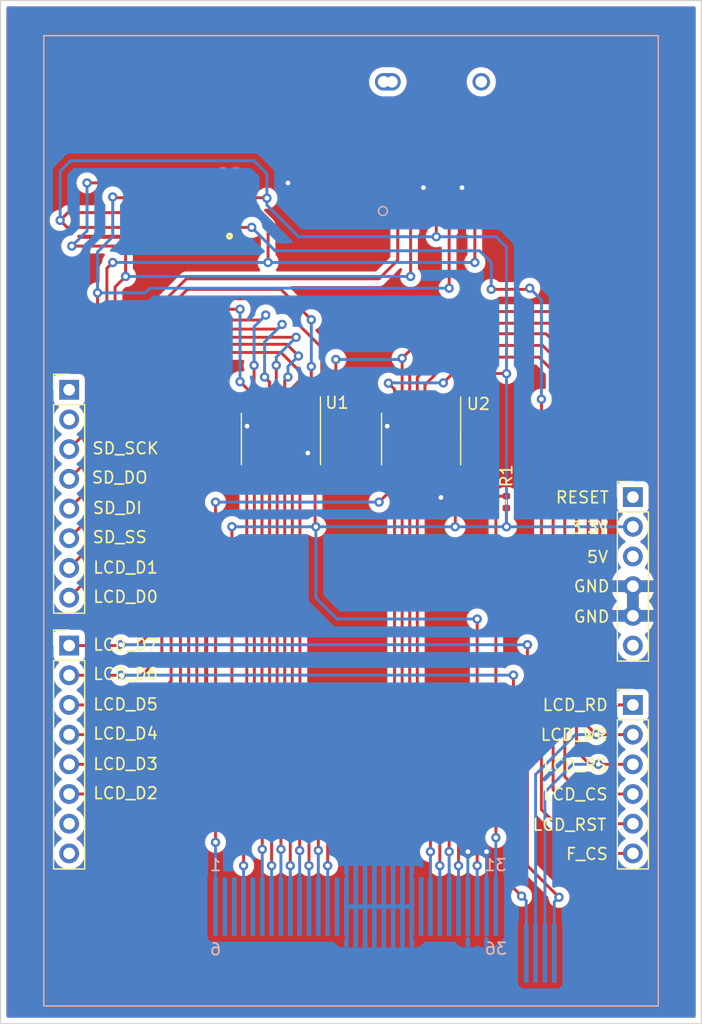
<source format=kicad_pcb>
(kicad_pcb (version 20211014) (generator pcbnew)
  (layers (0 "F.Cu" signal) (31 "B.Cu" signal) (34 "B.Paste" user) (35 "F.Paste" user) (36 "B.SilkS" user "B.Silkscreen") (37 "F.SilkS" user "F.Silkscreen") (38 "B.Mask" user) (39 "F.Mask" user) (44 "Edge.Cuts" user))
  (net 0 "")
  (net 3 "/SD_SCK")
  (net 4 "/SD_DO")
  (net 5 "/SD_DI")
  (net 6 "/SD_SS")
  (net 7 "/LCD_D1")
  (net 8 "/LCD_D0")
  (net 9 "/LCD_D7")
  (net 10 "/LCD_D6")
  (net 11 "/LCD_D5")
  (net 12 "/LCD_D4")
  (net 13 "/LCD_D3")
  (net 14 "/LCD_D2")
  (net 17 "/LCD_RD")
  (net 18 "/LCD_WR")
  (net 19 "/LCD_RS")
  (net 20 "/LCD_CS")
  (net 21 "/LCD_RST")
  (net 22 "/F_CS")
  (net 24 "+3V3")
  (net 25 "GND")
  (net 28 "/U2B7_RST1")
  (net 29 "/U1B7_D76")
  (net 30 "/U1B6_D67")
  (net 31 "/U1B5_D58")
  (net 32 "/U1B4_D49")
  (net 33 "/U1B3_D310")
  (net 34 "/U1B2_D211")
  (net 35 "/U1B1_D112")
  (net 36 "/U1B0_D013")
  (net 37 "/U2B6_RD24")
  (net 38 "/U2B5_WR25")
  (net 39 "/U2B4_RS26")
  (net 40 "/U2B3_CS27")
  (net 41 "/R1_3V3")
  (footprint "Connector_PinHeader_2.54mm:PinHeader_1x06_P2.54mm_Vertical" (layer "F.Cu") (at 124.13 64.97)
    (fp_text reference "J4")
    (fp_text value "Conn_01x06" hide)
    (pad "1" thru_hole rect (at 0 0) (size 1.7 1.7) (drill 1) (layers *.Cu *.Mask))
    (pad "2" thru_hole oval (at 0 2.54) (size 1.7 1.7) (drill 1) (layers *.Cu *.Mask) (net 24 "+3V3"))
    (pad "3" thru_hole oval (at 0 5.08) (size 1.7 1.7) (drill 1) (layers *.Cu *.Mask))
    (pad "4" thru_hole oval (at 0 7.62) (size 1.7 1.7) (drill 1) (layers *.Cu *.Mask) (net 25 "GND"))
    (pad "5" thru_hole oval (at 0 10.16) (size 1.7 1.7) (drill 1) (layers *.Cu *.Mask) (net 25 "GND"))
    (pad "6" thru_hole oval (at 0 12.7) (size 1.7 1.7) (drill 1) (layers *.Cu *.Mask))
  )
  (footprint "TL_Library:MicroSD" (layer "F.Cu") (at 104 40.5 180)
    (fp_text reference "J7")
    (fp_text value "SD_Card")
    (pad "" np_thru_hole circle (at 1.205598 11.052 180) (size 0.9906 0.9906) (drill 0.9906) (layers *.Cu *.Mask))
    (pad "" np_thru_hole circle (at 0.494398 11.052 180) (size 0.9906 0.9906) (drill 0.9906) (layers *.Cu *.Mask))
    (pad "1" smd rect (at 0 0 180) (size 0.7112 1.905) (layers "F.Cu" "F.Paste" "F.Mask") (net 6 "/SD_SS"))
    (pad "2" smd rect (at -1.1 0 180) (size 0.7112 1.905) (layers "F.Cu" "F.Paste" "F.Mask") (net 5 "/SD_DI"))
    (pad "3" smd rect (at -2.200001 0 180) (size 0.7112 1.905) (layers "F.Cu" "F.Paste" "F.Mask") (net 25 "GND"))
    (pad "4" smd rect (at -3.300001 0 180) (size 0.7112 1.905) (layers "F.Cu" "F.Paste" "F.Mask") (net 24 "+3V3"))
    (pad "5" smd rect (at -4.400001 0 180) (size 0.7112 1.905) (layers "F.Cu" "F.Paste" "F.Mask") (net 3 "/SD_SCK"))
    (pad "6" smd rect (at -5.500002 0 180) (size 0.7112 1.905) (layers "F.Cu" "F.Paste" "F.Mask") (net 25 "GND"))
    (pad "7" smd rect (at -6.600002 0 180) (size 0.7112 1.905) (layers "F.Cu" "F.Paste" "F.Mask") (net 4 "/SD_DO"))
    (pad "8" smd rect (at -7.700002 0 180) (size 0.7112 1.905) (layers "F.Cu" "F.Paste" "F.Mask"))
    (pad "9" smd rect (at -8.800003 0 180) (size 0.7112 1.905) (layers "F.Cu" "F.Paste" "F.Mask"))
    (pad "10" smd rect (at -10.300001 0.952 180) (size 1.7018 1.8034) (layers "F.Cu" "F.Paste" "F.Mask"))
    (pad "11" smd rect (at 5.549998 0.952 180) (size 1.7018 1.8034) (layers "F.Cu" "F.Paste" "F.Mask"))
    (pad "12" smd rect (at -10.050001 10.552001 180) (size 1.397 2.5908) (layers "F.Cu" "F.Paste" "F.Mask"))
    (pad "13" smd rect (at 5.649998 10.552001 180) (size 1.397 2.5908) (layers "F.Cu" "F.Paste" "F.Mask"))
    (pad "14" thru_hole circle (at -7.150001 11.052 180) (size 1.4986 1.4986) (drill 0.9906) (layers *.Cu *.Mask))
    (pad "15" thru_hole oval (at 0.849998 11.052 180) (size 2.2098 1.4986) (drill 0.0254) (layers *.Cu *.Mask))
  )
  (footprint "Connector_PinHeader_2.54mm:PinHeader_1x08_P2.54mm_Vertical" (layer "F.Cu") (at 75.87 55.79)
    (fp_text reference "J1")
    (fp_text value "Conn_01x08" hide)
    (pad "1" thru_hole rect (at 0 0) (size 1.7 1.7) (drill 1) (layers *.Cu *.Mask))
    (pad "2" thru_hole oval (at 0 2.54) (size 1.7 1.7) (drill 1) (layers *.Cu *.Mask))
    (pad "3" thru_hole oval (at 0 5.08) (size 1.7 1.7) (drill 1) (layers *.Cu *.Mask) (net 3 "/SD_SCK"))
    (pad "4" thru_hole oval (at 0 7.62) (size 1.7 1.7) (drill 1) (layers *.Cu *.Mask) (net 4 "/SD_DO"))
    (pad "5" thru_hole oval (at 0 10.16) (size 1.7 1.7) (drill 1) (layers *.Cu *.Mask) (net 5 "/SD_DI"))
    (pad "6" thru_hole oval (at 0 12.7) (size 1.7 1.7) (drill 1) (layers *.Cu *.Mask) (net 6 "/SD_SS"))
    (pad "7" thru_hole oval (at 0 15.24) (size 1.7 1.7) (drill 1) (layers *.Cu *.Mask) (net 7 "/LCD_D1"))
    (pad "8" thru_hole oval (at 0 17.78) (size 1.7 1.7) (drill 1) (layers *.Cu *.Mask) (net 8 "/LCD_D0"))
  )
  (footprint "TL_Library:R_0402_TL" (layer "F.Cu") (at 113.3 65.4 90)
    (fp_text reference "R1" (at 2.25 0 90) (layer "F.SilkS"))
    (fp_text value "R_Small" hide)
    (pad "1" smd roundrect (at -0.51 0 90) (size 0.54 0.64) (layers "F.Cu" "F.Paste" "F.Mask") (net 24 "+3V3"))
    (pad "2" smd roundrect (at 0.51 0 90) (size 0.54 0.64) (layers "F.Cu" "F.Paste" "F.Mask") (net 41 "/R1_3V3"))
  )
  (footprint "TL_Library:SOIC-8_5.23x5.23mm_P1.27mm_TL" (layer "F.Cu") (at 86 40 180)
    (fp_text reference "U3")
    (fp_text value "W25Q32JVSS")
    (pad "1" smd roundrect (at -3.6 -1.905 180) (size 1.6 0.6) (layers "F.Cu" "F.Paste" "F.Mask") (net 22 "/F_CS"))
    (pad "2" smd roundrect (at -3.6 -0.635 180) (size 1.6 0.6) (layers "F.Cu" "F.Paste" "F.Mask") (net 4 "/SD_DO"))
    (pad "3" smd roundrect (at -3.6 0.635 180) (size 1.6 0.6) (layers "F.Cu" "F.Paste" "F.Mask") (net 24 "+3V3"))
    (pad "4" smd roundrect (at -3.6 1.905 180) (size 1.6 0.6) (layers "F.Cu" "F.Paste" "F.Mask") (net 25 "GND"))
    (pad "5" smd roundrect (at 3.6 1.905 180) (size 1.6 0.6) (layers "F.Cu" "F.Paste" "F.Mask") (net 5 "/SD_DI"))
    (pad "6" smd roundrect (at 3.6 0.635 180) (size 1.6 0.6) (layers "F.Cu" "F.Paste" "F.Mask") (net 3 "/SD_SCK"))
    (pad "7" smd roundrect (at 3.6 -0.635 180) (size 1.6 0.6) (layers "F.Cu" "F.Paste" "F.Mask") (net 24 "+3V3"))
    (pad "8" smd roundrect (at 3.6 -1.905 180) (size 1.6 0.6) (layers "F.Cu" "F.Paste" "F.Mask") (net 24 "+3V3"))
  )
  (footprint "Package_SO:TSSOP-20_4.4x6.5mm_P0.65mm" (layer "F.Cu") (at 106 60 -90)
    (fp_text reference "U2" (at -3 -4.9 180) (layer "F.SilkS"))
    (fp_text value "SM245TS")
    (pad "1" smd roundrect locked (at -2.8625 -2.925 270) (size 1.475 0.4) (layers "F.Cu" "F.Paste" "F.Mask") (net 24 "+3V3"))
    (pad "2" smd roundrect locked (at -2.8625 -2.275 270) (size 1.475 0.4) (layers "F.Cu" "F.Paste" "F.Mask"))
    (pad "3" smd roundrect locked (at -2.8625 -1.625 270) (size 1.475 0.4) (layers "F.Cu" "F.Paste" "F.Mask"))
    (pad "4" smd roundrect locked (at -2.8625 -0.975 270) (size 1.475 0.4) (layers "F.Cu" "F.Paste" "F.Mask"))
    (pad "5" smd roundrect locked (at -2.8625 -0.325 270) (size 1.475 0.4) (layers "F.Cu" "F.Paste" "F.Mask") (net 20 "/LCD_CS"))
    (pad "6" smd roundrect locked (at -2.8625 0.325 270) (size 1.475 0.4) (layers "F.Cu" "F.Paste" "F.Mask") (net 19 "/LCD_RS"))
    (pad "7" smd roundrect locked (at -2.8625 0.975 270) (size 1.475 0.4) (layers "F.Cu" "F.Paste" "F.Mask") (net 18 "/LCD_WR"))
    (pad "8" smd roundrect locked (at -2.8625 1.625 270) (size 1.475 0.4) (layers "F.Cu" "F.Paste" "F.Mask") (net 17 "/LCD_RD"))
    (pad "9" smd roundrect locked (at -2.8625 2.275 270) (size 1.475 0.4) (layers "F.Cu" "F.Paste" "F.Mask") (net 21 "/LCD_RST"))
    (pad "10" smd roundrect locked (at -2.8625 2.925 270) (size 1.475 0.4) (layers "F.Cu" "F.Paste" "F.Mask") (net 25 "GND"))
    (pad "11" smd roundrect locked (at 2.8625 2.925 270) (size 1.475 0.4) (layers "F.Cu" "F.Paste" "F.Mask") (net 28 "/U2B7_RST1"))
    (pad "12" smd roundrect locked (at 2.8625 2.275 270) (size 1.475 0.4) (layers "F.Cu" "F.Paste" "F.Mask") (net 37 "/U2B6_RD24"))
    (pad "13" smd roundrect locked (at 2.8625 1.625 270) (size 1.475 0.4) (layers "F.Cu" "F.Paste" "F.Mask") (net 38 "/U2B5_WR25"))
    (pad "14" smd roundrect locked (at 2.8625 0.975 270) (size 1.475 0.4) (layers "F.Cu" "F.Paste" "F.Mask") (net 39 "/U2B4_RS26"))
    (pad "15" smd roundrect locked (at 2.8625 0.325 270) (size 1.475 0.4) (layers "F.Cu" "F.Paste" "F.Mask") (net 40 "/U2B3_CS27"))
    (pad "16" smd roundrect locked (at 2.8625 -0.325 270) (size 1.475 0.4) (layers "F.Cu" "F.Paste" "F.Mask"))
    (pad "17" smd roundrect locked (at 2.8625 -0.975 270) (size 1.475 0.4) (layers "F.Cu" "F.Paste" "F.Mask"))
    (pad "18" smd roundrect locked (at 2.8625 -1.625 270) (size 1.475 0.4) (layers "F.Cu" "F.Paste" "F.Mask"))
    (pad "19" smd roundrect locked (at 2.8625 -2.275 270) (size 1.475 0.4) (layers "F.Cu" "F.Paste" "F.Mask") (net 25 "GND"))
    (pad "20" smd roundrect locked (at 2.8625 -2.925 270) (size 1.475 0.4) (layers "F.Cu" "F.Paste" "F.Mask") (net 24 "+3V3"))
  )
  (footprint "Connector_PinHeader_2.54mm:PinHeader_1x08_P2.54mm_Vertical" (layer "F.Cu") (at 75.87 77.67)
    (fp_text reference "J2")
    (fp_text value "Conn_01x08" hide)
    (pad "1" thru_hole rect (at 0 0) (size 1.7 1.7) (drill 1) (layers *.Cu *.Mask) (net 9 "/LCD_D7"))
    (pad "2" thru_hole oval (at 0 2.54) (size 1.7 1.7) (drill 1) (layers *.Cu *.Mask) (net 10 "/LCD_D6"))
    (pad "3" thru_hole oval (at 0 5.08) (size 1.7 1.7) (drill 1) (layers *.Cu *.Mask) (net 11 "/LCD_D5"))
    (pad "4" thru_hole oval (at 0 7.62) (size 1.7 1.7) (drill 1) (layers *.Cu *.Mask) (net 12 "/LCD_D4"))
    (pad "5" thru_hole oval (at 0 10.16) (size 1.7 1.7) (drill 1) (layers *.Cu *.Mask) (net 13 "/LCD_D3"))
    (pad "6" thru_hole oval (at 0 12.7) (size 1.7 1.7) (drill 1) (layers *.Cu *.Mask) (net 14 "/LCD_D2"))
    (pad "7" thru_hole oval (at 0 15.24) (size 1.7 1.7) (drill 1) (layers *.Cu *.Mask))
    (pad "8" thru_hole oval (at 0 17.78) (size 1.7 1.7) (drill 1) (layers *.Cu *.Mask))
  )
  (footprint "Connector_PinHeader_2.54mm:PinHeader_1x06_P2.54mm_Vertical" (layer "F.Cu") (at 124.13 82.75)
    (fp_text reference "J3")
    (fp_text value "Conn_01x06" hide)
    (pad "1" thru_hole rect (at 0 0) (size 1.7 1.7) (drill 1) (layers *.Cu *.Mask) (net 17 "/LCD_RD"))
    (pad "2" thru_hole oval (at 0 2.54) (size 1.7 1.7) (drill 1) (layers *.Cu *.Mask) (net 18 "/LCD_WR"))
    (pad "3" thru_hole oval (at 0 5.08) (size 1.7 1.7) (drill 1) (layers *.Cu *.Mask) (net 19 "/LCD_RS"))
    (pad "4" thru_hole oval (at 0 7.62) (size 1.7 1.7) (drill 1) (layers *.Cu *.Mask) (net 20 "/LCD_CS"))
    (pad "5" thru_hole oval (at 0 10.16) (size 1.7 1.7) (drill 1) (layers *.Cu *.Mask) (net 21 "/LCD_RST"))
    (pad "6" thru_hole oval (at 0 12.7) (size 1.7 1.7) (drill 1) (layers *.Cu *.Mask) (net 22 "/F_CS"))
  )
  (footprint "Package_SO:TSSOP-20_4.4x6.5mm_P0.65mm" (layer "F.Cu") (at 94 60 -90)
    (fp_text reference "U1" (at -3.1 -4.8 180) (layer "F.SilkS"))
    (fp_text value "SM245TS")
    (pad "1" smd roundrect locked (at -2.8625 -2.925 270) (size 1.475 0.4) (layers "F.Cu" "F.Paste" "F.Mask") (net 17 "/LCD_RD"))
    (pad "2" smd roundrect locked (at -2.8625 -2.275 270) (size 1.475 0.4) (layers "F.Cu" "F.Paste" "F.Mask") (net 8 "/LCD_D0"))
    (pad "3" smd roundrect locked (at -2.8625 -1.625 270) (size 1.475 0.4) (layers "F.Cu" "F.Paste" "F.Mask") (net 7 "/LCD_D1"))
    (pad "4" smd roundrect locked (at -2.8625 -0.975 270) (size 1.475 0.4) (layers "F.Cu" "F.Paste" "F.Mask") (net 14 "/LCD_D2"))
    (pad "5" smd roundrect locked (at -2.8625 -0.325 270) (size 1.475 0.4) (layers "F.Cu" "F.Paste" "F.Mask") (net 13 "/LCD_D3"))
    (pad "6" smd roundrect locked (at -2.8625 0.325 270) (size 1.475 0.4) (layers "F.Cu" "F.Paste" "F.Mask") (net 12 "/LCD_D4"))
    (pad "7" smd roundrect locked (at -2.8625 0.975 270) (size 1.475 0.4) (layers "F.Cu" "F.Paste" "F.Mask") (net 11 "/LCD_D5"))
    (pad "8" smd roundrect locked (at -2.8625 1.625 270) (size 1.475 0.4) (layers "F.Cu" "F.Paste" "F.Mask") (net 10 "/LCD_D6"))
    (pad "9" smd roundrect locked (at -2.8625 2.275 270) (size 1.475 0.4) (layers "F.Cu" "F.Paste" "F.Mask") (net 9 "/LCD_D7"))
    (pad "10" smd roundrect locked (at -2.8625 2.925 270) (size 1.475 0.4) (layers "F.Cu" "F.Paste" "F.Mask") (net 25 "GND"))
    (pad "11" smd roundrect locked (at 2.8625 2.925 270) (size 1.475 0.4) (layers "F.Cu" "F.Paste" "F.Mask") (net 29 "/U1B7_D76"))
    (pad "12" smd roundrect locked (at 2.8625 2.275 270) (size 1.475 0.4) (layers "F.Cu" "F.Paste" "F.Mask") (net 30 "/U1B6_D67"))
    (pad "13" smd roundrect locked (at 2.8625 1.625 270) (size 1.475 0.4) (layers "F.Cu" "F.Paste" "F.Mask") (net 31 "/U1B5_D58"))
    (pad "14" smd roundrect locked (at 2.8625 0.975 270) (size 1.475 0.4) (layers "F.Cu" "F.Paste" "F.Mask") (net 32 "/U1B4_D49"))
    (pad "15" smd roundrect locked (at 2.8625 0.325 270) (size 1.475 0.4) (layers "F.Cu" "F.Paste" "F.Mask") (net 33 "/U1B3_D310"))
    (pad "16" smd roundrect locked (at 2.8625 -0.325 270) (size 1.475 0.4) (layers "F.Cu" "F.Paste" "F.Mask") (net 34 "/U1B2_D211"))
    (pad "17" smd roundrect locked (at 2.8625 -0.975 270) (size 1.475 0.4) (layers "F.Cu" "F.Paste" "F.Mask") (net 35 "/U1B1_D112"))
    (pad "18" smd roundrect locked (at 2.8625 -1.625 270) (size 1.475 0.4) (layers "F.Cu" "F.Paste" "F.Mask") (net 36 "/U1B0_D013"))
    (pad "19" smd roundrect locked (at 2.8625 -2.275 270) (size 1.475 0.4) (layers "F.Cu" "F.Paste" "F.Mask") (net 25 "GND"))
    (pad "20" smd roundrect locked (at 2.8625 -2.925 270) (size 1.475 0.4) (layers "F.Cu" "F.Paste" "F.Mask") (net 24 "+3V3"))
  )
  (footprint "TL_Library:ILI9486_31PIN_3.5_inch_with_TP" (layer "B.Cu") (at 100 100 -90)
    (fp_text reference "U9" hide)
    (fp_text value "ILI9486_TP")
    (fp_text user "36" (at 3.6 -12.4 unlocked) (layer "B.SilkS") (effects (justify mirror)))
    (fp_text user "31" (at -3.55 -12.35 unlocked) (layer "B.SilkS") (effects (justify mirror)))
    (fp_text user "1" (at -3.55 11.6 unlocked) (layer "B.SilkS") (effects (justify mirror)))
    (fp_text user "6" (at 3.65 11.6 unlocked) (layer "B.SilkS") (effects (justify mirror)))
    (pad "1" smd rect (at 0 11.6 270) (size 5 0.4) (layers "B.Cu" "B.Paste" "B.Mask") (net 28 "/U2B7_RST1"))
    (pad "2" smd rect (at 0 10.8 270) (size 5 0.4) (layers "B.Cu" "B.Paste" "B.Mask"))
    (pad "3" smd rect (at 0 10 270) (size 5 0.4) (layers "B.Cu" "B.Paste" "B.Mask"))
    (pad "4" smd rect (at 0 9.2 270) (size 5 0.4) (layers "B.Cu" "B.Paste" "B.Mask") (net 24 "+3V3"))
    (pad "5" smd rect (at 0 8.4 270) (size 5 0.4) (layers "B.Cu" "B.Paste" "B.Mask"))
    (pad "6" smd rect (at 0 7.6 270) (size 5 0.4) (layers "B.Cu" "B.Paste" "B.Mask") (net 29 "/U1B7_D76"))
    (pad "7" smd rect (at 0 6.8 270) (size 5 0.4) (layers "B.Cu" "B.Paste" "B.Mask") (net 30 "/U1B6_D67"))
    (pad "8" smd rect (at 0 6 270) (size 5 0.4) (layers "B.Cu" "B.Paste" "B.Mask") (net 31 "/U1B5_D58"))
    (pad "9" smd rect (at 0 5.2 270) (size 5 0.4) (layers "B.Cu" "B.Paste" "B.Mask") (net 32 "/U1B4_D49"))
    (pad "10" smd rect (at 0 4.4 270) (size 5 0.4) (layers "B.Cu" "B.Paste" "B.Mask") (net 33 "/U1B3_D310"))
    (pad "11" smd rect (at 0 3.6 270) (size 5 0.4) (layers "B.Cu" "B.Paste" "B.Mask") (net 34 "/U1B2_D211"))
    (pad "12" smd rect (at 0 2.8 270) (size 5 0.4) (layers "B.Cu" "B.Paste" "B.Mask") (net 35 "/U1B1_D112"))
    (pad "13" smd rect (at 0 2 270) (size 5 0.4) (layers "B.Cu" "B.Paste" "B.Mask") (net 36 "/U1B0_D013"))
    (pad "14" smd rect (at 0 1.2 270) (size 5 0.4) (layers "B.Cu" "B.Paste" "B.Mask"))
    (pad "15" smd rect (at 0 0.4 270) (size 5 0.4) (layers "B.Cu" "B.Paste" "B.Mask") (net 25 "GND"))
    (pad "16" smd rect (at 0 -0.4 270) (size 5 0.4) (layers "B.Cu" "B.Paste" "B.Mask") (net 25 "GND"))
    (pad "17" smd rect (at 0 -1.2 270) (size 5 0.4) (layers "B.Cu" "B.Paste" "B.Mask") (net 25 "GND"))
    (pad "18" smd rect (at 0 -2 270) (size 5 0.4) (layers "B.Cu" "B.Paste" "B.Mask") (net 25 "GND"))
    (pad "19" smd rect (at 0 -2.8 270) (size 5 0.4) (layers "B.Cu" "B.Paste" "B.Mask") (net 25 "GND"))
    (pad "20" smd rect (at 0 -3.6 270) (size 5 0.4) (layers "B.Cu" "B.Paste" "B.Mask") (net 25 "GND"))
    (pad "21" smd rect (at 0 -4.4 270) (size 5 0.4) (layers "B.Cu" "B.Paste" "B.Mask") (net 25 "GND"))
    (pad "22" smd rect (at 0 -5.2 270) (size 5 0.4) (layers "B.Cu" "B.Paste" "B.Mask") (net 25 "GND"))
    (pad "23" smd rect (at 0 -6 270) (size 5 0.4) (layers "B.Cu" "B.Paste" "B.Mask"))
    (pad "24" smd rect (at 0 -6.8 270) (size 5 0.4) (layers "B.Cu" "B.Paste" "B.Mask") (net 37 "/U2B6_RD24"))
    (pad "25" smd rect (at 0 -7.6 270) (size 5 0.4) (layers "B.Cu" "B.Paste" "B.Mask") (net 38 "/U2B5_WR25"))
    (pad "26" smd rect (at 0 -8.4 270) (size 5 0.4) (layers "B.Cu" "B.Paste" "B.Mask") (net 39 "/U2B4_RS26"))
    (pad "27" smd rect (at 0 -9.2 270) (size 5 0.4) (layers "B.Cu" "B.Paste" "B.Mask") (net 40 "/U2B3_CS27"))
    (pad "28" smd rect (at 0 -10 270) (size 5 0.4) (layers "B.Cu" "B.Paste" "B.Mask") (net 25 "GND"))
    (pad "29" smd rect (at 0 -10.8 270) (size 5 0.4) (layers "B.Cu" "B.Paste" "B.Mask") (net 24 "+3V3"))
    (pad "30" smd rect (at 0 -11.6 270) (size 5 0.4) (layers "B.Cu" "B.Paste" "B.Mask") (net 25 "GND"))
    (pad "31" smd rect (at 0 -12.4 270) (size 5 0.4) (layers "B.Cu" "B.Paste" "B.Mask") (net 41 "/R1_3V3"))
    (pad "32" smd rect (at 4 -15 270) (size 5 0.4) (layers "B.Cu" "B.Paste" "B.Mask") (net 10 "/LCD_D6"))
    (pad "33" smd rect (at 4 -15.8 270) (size 5 0.4) (layers "B.Cu" "B.Paste" "B.Mask") (net 18 "/LCD_WR"))
    (pad "34" smd rect (at 4 -16.6 270) (size 5 0.4) (layers "B.Cu" "B.Paste" "B.Mask") (net 19 "/LCD_RS"))
    (pad "35" smd rect (at 4 -17.4 270) (size 5 0.4) (layers "B.Cu" "B.Paste" "B.Mask") (net 9 "/LCD_D7"))
  )
  (gr_rect (start 70 22.5) (end 130 110) (layer "Edge.Cuts") (width 0.1) (fill none))
  (gr_text "F_CS" (at 120.2 95.5) (layer "F.SilkS") (effects (font (size 1 1))))
  (gr_text "GND" (at 120.6 75.2) (layer "F.SilkS") (effects (font (size 1 1))))
  (gr_text "SD_DI" (at 80 65.9) (layer "F.SilkS") (effects (font (size 1 1))))
  (gr_text "5V" (at 121.1 70.1) (layer "F.SilkS") (effects (font (size 1 1))))
  (gr_text "SD_SCK" (at 80.7 60.8) (layer "F.SilkS") (effects (font (size 1 1))))
  (gr_text "LCD_RST" (at 118.7 93) (layer "F.SilkS") (effects (font (size 1 1))))
  (gr_text "LCD_D5" (at 80.7 82.7) (layer "F.SilkS") (effects (font (size 1 1))))
  (gr_text "LCD_D1" (at 80.7 71) (layer "F.SilkS") (effects (font (size 1 1))))
  (gr_text "LCD_CS" (at 119.2 90.4) (layer "F.SilkS") (effects (font (size 1 1))))
  (gr_text "3.3V" (at 120.4 67.6) (layer "F.SilkS") (effects (font (size 1 1))))
  (gr_text "LCD_RD" (at 119.2 82.75) (layer "F.SilkS") (effects (font (size 1 1))))
  (gr_text "GND" (at 120.6 72.6) (layer "F.SilkS") (effects (font (size 1 1))))
  (gr_text "SD_SS" (at 80.2 68.4) (layer "F.SilkS") (effects (font (size 1 1))))
  (gr_text "LCD_D0" (at 80.7 73.5) (layer "F.SilkS") (effects (font (size 1 1))))
  (gr_text "LCD_D7" (at 80.7 77.6) (layer "F.SilkS") (effects (font (size 1 1))))
  (gr_text "LCD_D3" (at 80.7 87.8) (layer "F.SilkS") (effects (font (size 1 1))))
  (gr_text "LCD_RS" (at 119.2 87.9) (layer "F.SilkS") (effects (font (size 1 1))))
  (gr_text "LCD_D6" (at 80.7 80.1) (layer "F.SilkS") (effects (font (size 1 1))))
  (gr_text "LCD_D4" (at 80.7 85.2) (layer "F.SilkS") (effects (font (size 1 1))))
  (gr_text "SD_DO" (at 80.2 63.3) (layer "F.SilkS") (effects (font (size 1 1))))
  (gr_text "LCD_WR" (at 119.1 85.3) (layer "F.SilkS") (effects (font (size 1 1))))
  (gr_text "LCD_D2" (at 80.7 90.3) (layer "F.SilkS") (effects (font (size 1 1))))
  (gr_text "RESET" (at 119.8 65) (layer "F.SilkS") (effects (font (size 1 1))))
  (segment (start 75.87 60.87) (end 78.3 58.44) (width 0.25) (layer "F.Cu") (net 3))
  (segment (start 108.400001 40.5) (end 108.4 47.1) (width 0.25) (layer "F.Cu") (net 3))
  (segment (start 82.4 39.365) (end 79.665 39.365) (width 0.25) (layer "F.Cu") (net 3))
  (segment (start 78.3 58.44) (end 78.3 47.5) (width 0.25) (layer "F.Cu") (net 3))
  (segment (start 79.665 39.365) (end 79.6 39.3) (width 0.25) (layer "F.Cu") (net 3))
  (via (at 79.6 39.3) (size 0.8) (drill 0.4) (layers "F.Cu" "B.Cu") (net 3))
  (via (at 78.3 47.5) (size 0.8) (drill 0.4) (layers "F.Cu" "B.Cu") (net 3))
  (via (at 108.4 47.1) (size 0.8) (drill 0.4) (layers "F.Cu" "B.Cu") (net 3))
  (segment (start 78.3 44) (end 79.6 42.7) (width 0.25) (layer "B.Cu") (net 3))
  (segment (start 78.3 47.5) (end 82.4 47.5) (width 0.25) (layer "B.Cu") (net 3))
  (segment (start 82.8 47.1) (end 108.4 47.1) (width 0.25) (layer "B.Cu") (net 3))
  (segment (start 82.4 47.5) (end 82.8 47.1) (width 0.25) (layer "B.Cu") (net 3))
  (segment (start 78.3 47.5) (end 78.3 44) (width 0.25) (layer "B.Cu") (net 3))
  (segment (start 79.6 42.7) (end 79.6 39.3) (width 0.25) (layer "B.Cu") (net 3))
  (segment (start 91.835 40.635) (end 92.9 41.7) (width 0.25) (layer "F.Cu") (net 4))
  (segment (start 89.6 40.635) (end 91.835 40.635) (width 0.25) (layer "F.Cu") (net 4))
  (segment (start 92.9 41.7) (end 92.9 44.9) (width 0.25) (layer "F.Cu") (net 4))
  (segment (start 110.600002 44.899998) (end 110.6 44.9) (width 0.25) (layer "F.Cu") (net 4))
  (segment (start 79.1 45.4) (end 79.6 44.9) (width 0.25) (layer "F.Cu") (net 4))
  (segment (start 79.1 60.18) (end 79.1 55.9) (width 0.25) (layer "F.Cu") (net 4))
  (segment (start 79.1 55.9) (end 79.1 45.4) (width 0.25) (layer "F.Cu") (net 4))
  (segment (start 75.87 63.41) (end 79.1 60.18) (width 0.25) (layer "F.Cu") (net 4))
  (segment (start 110.600002 40.5) (end 110.600002 44.899998) (width 0.25) (layer "F.Cu") (net 4))
  (via (at 79.6 44.9) (size 0.8) (drill 0.4) (layers "F.Cu" "B.Cu") (net 4))
  (via (at 92.9 44.9) (size 0.8) (drill 0.4) (layers "F.Cu" "B.Cu") (net 4))
  (via (at 110.6 44.9) (size 0.8) (drill 0.4) (layers "F.Cu" "B.Cu") (net 4))
  (segment (start 110.6 44.9) (end 92.9 44.9) (width 0.25) (layer "B.Cu") (net 4))
  (segment (start 79.6 44.9) (end 92.9 44.9) (width 0.25) (layer "B.Cu") (net 4))
  (segment (start 82.4 38.095) (end 77.405 38.095) (width 0.25) (layer "F.Cu") (net 5))
  (segment (start 75.87 65.95) (end 79.8 62.02) (width 0.25) (layer "F.Cu") (net 5))
  (segment (start 80 43.5) (end 76.1 43.5) (width 0.25) (layer "F.Cu") (net 5))
  (segment (start 80.7 46.1) (end 80.7 44.2) (width 0.25) (layer "F.Cu") (net 5))
  (segment (start 77.405 38.095) (end 77.4 38.1) (width 0.25) (layer "F.Cu") (net 5))
  (segment (start 105.1 40.5) (end 105.1 46.1) (width 0.25) (layer "F.Cu") (net 5))
  (segment (start 79.8 62.02) (end 79.8 47) (width 0.25) (layer "F.Cu") (net 5))
  (segment (start 79.8 47) (end 80.7 46.1) (width 0.25) (layer "F.Cu") (net 5))
  (segment (start 80.7 44.2) (end 80 43.5) (width 0.25) (layer "F.Cu") (net 5))
  (via (at 77.4 38.1) (size 0.8) (drill 0.4) (layers "F.Cu" "B.Cu") (net 5))
  (via (at 80.7 46.1) (size 0.8) (drill 0.4) (layers "F.Cu" "B.Cu") (net 5))
  (via (at 105.1 46.1) (size 0.8) (drill 0.4) (layers "F.Cu" "B.Cu") (net 5))
  (via (at 76.1 43.5) (size 0.8) (drill 0.4) (layers "F.Cu" "B.Cu") (net 5))
  (segment (start 77.4 38.1) (end 77.4 42.2) (width 0.25) (layer "B.Cu") (net 5))
  (segment (start 105.1 46.1) (end 80.7 46.1) (width 0.25) (layer "B.Cu") (net 5))
  (segment (start 77.4 42.2) (end 76.1 43.5) (width 0.25) (layer "B.Cu") (net 5))
  (segment (start 104 44.7) (end 102.4 46.3) (width 0.25) (layer "F.Cu") (net 6))
  (segment (start 104 40.5) (end 104 44.7) (width 0.25) (layer "F.Cu") (net 6))
  (segment (start 80.8 63.56) (end 75.87 68.49) (width 0.25) (layer "F.Cu") (net 6))
  (segment (start 102.4 46.3) (end 85.9 46.3) (width 0.25) (layer "F.Cu") (net 6))
  (segment (start 85.9 46.3) (end 80.8 51.4) (width 0.25) (layer "F.Cu") (net 6))
  (segment (start 80.8 51.4) (end 80.8 63.56) (width 0.25) (layer "F.Cu") (net 6))
  (segment (start 81.6 51.6) (end 86 47.2) (width 0.25) (layer "F.Cu") (net 7))
  (segment (start 75.87 71.03) (end 81.6 65.3) (width 0.25) (layer "F.Cu") (net 7))
  (segment (start 86 47.2) (end 94 47.2) (width 0.25) (layer "F.Cu") (net 7))
  (segment (start 94 47.2) (end 96.6 49.8) (width 0.25) (layer "F.Cu") (net 7))
  (segment (start 81.6 65.3) (end 81.6 51.6) (width 0.25) (layer "F.Cu") (net 7))
  (segment (start 96.6 54.9) (end 96.6 53.8) (width 0.25) (layer "F.Cu") (net 7))
  (segment (start 95.625 57.1375) (end 95.625 55.875) (width 0.25) (layer "F.Cu") (net 7))
  (segment (start 95.625 55.875) (end 96.6 54.9) (width 0.25) (layer "F.Cu") (net 7))
  (via (at 96.6 53.8) (size 0.8) (drill 0.4) (layers "F.Cu" "B.Cu") (net 7))
  (via (at 96.6 49.8) (size 0.8) (drill 0.4) (layers "F.Cu" "B.Cu") (net 7))
  (segment (start 96.6 49.8) (end 96.6 53.8) (width 0.25) (layer "B.Cu") (net 7))
  (segment (start 93.299022 47.999022) (end 97.5 52.2) (width 0.25) (layer "F.Cu") (net 8))
  (segment (start 97.5 52.2) (end 97.5 54.9) (width 0.25) (layer "F.Cu") (net 8))
  (segment (start 82.4 51.8) (end 86.200979 47.999021) (width 0.25) (layer "F.Cu") (net 8))
  (segment (start 97.5 54.9) (end 96.275 56.125) (width 0.25) (layer "F.Cu") (net 8))
  (segment (start 96.275 56.125) (end 96.275 57.1375) (width 0.25) (layer "F.Cu") (net 8))
  (segment (start 75.87 73.57) (end 82.4 67.04) (width 0.25) (layer "F.Cu") (net 8))
  (segment (start 82.4 67.04) (end 82.4 51.8) (width 0.25) (layer "F.Cu") (net 8))
  (segment (start 86.200979 47.999021) (end 93.299022 47.999022) (width 0.25) (layer "F.Cu") (net 8))
  (segment (start 90.5 48.9) (end 86.9 48.9) (width 0.25) (layer "F.Cu") (net 9))
  (segment (start 115.1 96.5) (end 117.8 99.2) (width 0.25) (layer "F.Cu") (net 9))
  (segment (start 75.87 77.67) (end 80.23 77.67) (width 0.25) (layer "F.Cu") (net 9))
  (segment (start 91.725 57.1375) (end 91.725 56.325) (width 0.25) (layer "F.Cu") (net 9))
  (segment (start 86.9 48.9) (end 83.1 52.7) (width 0.25) (layer "F.Cu") (net 9))
  (segment (start 91.725 56.325) (end 90.5 55.100002) (width 0.25) (layer "F.Cu") (net 9))
  (segment (start 83.1 76.3) (end 81.8 77.6) (width 0.25) (layer "F.Cu") (net 9))
  (segment (start 115.1 77.6) (end 115.1 96.5) (width 0.25) (layer "F.Cu") (net 9))
  (segment (start 80.23 77.67) (end 80.3 77.6) (width 0.25) (layer "F.Cu") (net 9))
  (segment (start 83.1 52.7) (end 83.1 76.3) (width 0.25) (layer "F.Cu") (net 9))
  (segment (start 81.8 77.6) (end 80.3 77.6) (width 0.25) (layer "F.Cu") (net 9))
  (via (at 80.3 77.6) (size 0.8) (drill 0.4) (layers "F.Cu" "B.Cu") (net 9))
  (via (at 117.8 99.2) (size 0.8) (drill 0.4) (layers "F.Cu" "B.Cu") (net 9))
  (via (at 90.5 55.100002) (size 0.8) (drill 0.4) (layers "F.Cu" "B.Cu") (net 9))
  (via (at 90.5 48.9) (size 0.8) (drill 0.4) (layers "F.Cu" "B.Cu") (net 9))
  (via (at 115.1 77.6) (size 0.8) (drill 0.4) (layers "F.Cu" "B.Cu") (net 9))
  (segment (start 90.5 55.100002) (end 90.5 48.9) (width 0.25) (layer "B.Cu") (net 9))
  (segment (start 80.3 77.6) (end 115.1 77.6) (width 0.25) (layer "B.Cu") (net 9))
  (segment (start 117.4 104) (end 117.4 99.6) (width 0.25) (layer "B.Cu") (net 9))
  (segment (start 117.4 99.6) (end 117.8 99.2) (width 0.25) (layer "B.Cu") (net 9))
  (segment (start 92.275499 49.824501) (end 86.975499 49.824501) (width 0.25) (layer "F.Cu") (net 10))
  (segment (start 83.8 78.5) (end 82.09 80.21) (width 0.25) (layer "F.Cu") (net 10))
  (segment (start 92.375 55.975) (end 91.7 55.3) (width 0.25) (layer "F.Cu") (net 10))
  (segment (start 92.375 57.1375) (end 92.375 55.975) (width 0.25) (layer "F.Cu") (net 10))
  (segment (start 75.87 80.21) (end 80.31 80.21) (width 0.25) (layer "F.Cu") (net 10))
  (segment (start 82.09 80.21) (end 80.31 80.21) (width 0.25) (layer "F.Cu") (net 10))
  (segment (start 91.7 55.3) (end 91.7 53.7) (width 0.25) (layer "F.Cu") (net 10))
  (segment (start 92.7 49.4) (end 92.275499 49.824501) (width 0.25) (layer "F.Cu") (net 10))
  (segment (start 113.9 98.4) (end 114.6 99.1) (width 0.25) (layer "F.Cu") (net 10))
  (segment (start 83.8 53) (end 83.8 78.5) (width 0.25) (layer "F.Cu") (net 10))
  (segment (start 113.9 80.2) (end 113.9 98.4) (width 0.25) (layer "F.Cu") (net 10))
  (segment (start 86.975499 49.824501) (end 83.8 53) (width 0.25) (layer "F.Cu") (net 10))
  (via (at 91.7 53.7) (size 0.8) (drill 0.4) (layers "F.Cu" "B.Cu") (net 10))
  (via (at 114.6 99.1) (size 0.8) (drill 0.4) (layers "F.Cu" "B.Cu") (net 10))
  (via (at 80.31 80.21) (size 0.8) (drill 0.4) (layers "F.Cu" "B.Cu") (net 10))
  (via (at 92.7 49.4) (size 0.8) (drill 0.4) (layers "F.Cu" "B.Cu") (net 10))
  (via (at 113.9 80.2) (size 0.8) (drill 0.4) (layers "F.Cu" "B.Cu") (net 10))
  (segment (start 91.7 50.4) (end 92.7 49.4) (width 0.25) (layer "B.Cu") (net 10))
  (segment (start 115 104) (end 115 99.5) (width 0.25) (layer "B.Cu") (net 10))
  (segment (start 80.31 80.21) (end 80.32 80.2) (width 0.25) (layer "B.Cu") (net 10))
  (segment (start 91.7 53.7) (end 91.7 50.4) (width 0.25) (layer "B.Cu") (net 10))
  (segment (start 115 99.5) (end 114.6 99.1) (width 0.25) (layer "B.Cu") (net 10))
  (segment (start 80.32 80.2) (end 113.9 80.2) (width 0.25) (layer "B.Cu") (net 10))
  (segment (start 94.1 50.2) (end 93.7 50.6) (width 0.25) (layer "F.Cu") (net 11))
  (segment (start 82.55 82.75) (end 75.87 82.75) (width 0.25) (layer "F.Cu") (net 11))
  (segment (start 93.7 50.6) (end 87.25 50.6) (width 0.25) (layer "F.Cu") (net 11))
  (segment (start 84.6 53.25) (end 84.6 80.7) (width 0.25) (layer "F.Cu") (net 11))
  (segment (start 93.025 55.125) (end 92.6 54.7) (width 0.25) (layer "F.Cu") (net 11))
  (segment (start 84.6 80.7) (end 82.55 82.75) (width 0.25) (layer "F.Cu") (net 11))
  (segment (start 87.25 50.6) (end 84.6 53.25) (width 0.25) (layer "F.Cu") (net 11))
  (segment (start 93.025 57.1375) (end 93.025 55.125) (width 0.25) (layer "F.Cu") (net 11))
  (via (at 94.1 50.2) (size 0.8) (drill 0.4) (layers "F.Cu" "B.Cu") (net 11))
  (via (at 92.6 54.7) (size 0.8) (drill 0.4) (layers "F.Cu" "B.Cu") (net 11))
  (segment (start 92.6 51.7) (end 94.1 50.2) (width 0.25) (layer "B.Cu") (net 11))
  (segment (start 92.6 54.7) (end 92.6 51.7) (width 0.25) (layer "B.Cu") (net 11))
  (segment (start 87.6 51.3) (end 85.4 53.5) (width 0.25) (layer "F.Cu") (net 12))
  (segment (start 93.6 57.0625) (end 93.6 53.7) (width 0.25) (layer "F.Cu") (net 12))
  (segment (start 95.3 51.3) (end 87.6 51.3) (width 0.25) (layer "F.Cu") (net 12))
  (segment (start 85.4 53.5) (end 85.4 83.3) (width 0.25) (layer "F.Cu") (net 12))
  (segment (start 93.675 57.1375) (end 93.6 57.0625) (width 0.25) (layer "F.Cu") (net 12))
  (segment (start 83.41 85.29) (end 75.87 85.29) (width 0.25) (layer "F.Cu") (net 12))
  (segment (start 85.4 83.3) (end 83.41 85.29) (width 0.25) (layer "F.Cu") (net 12))
  (via (at 95.3 51.3) (size 0.8) (drill 0.4) (layers "F.Cu" "B.Cu") (net 12))
  (via (at 93.6 53.7) (size 0.8) (drill 0.4) (layers "F.Cu" "B.Cu") (net 12))
  (segment (start 93.6 53.7) (end 93.6 53) (width 0.25) (layer "B.Cu") (net 12))
  (segment (start 93.6 53) (end 95.3 51.3) (width 0.25) (layer "B.Cu") (net 12))
  (segment (start 94.325 57.1375) (end 94.325 54.975) (width 0.25) (layer "F.Cu") (net 13))
  (segment (start 94.5 51.9) (end 88.1 51.9) (width 0.25) (layer "F.Cu") (net 13))
  (segment (start 88.1 51.9) (end 86.1 53.9) (width 0.25) (layer "F.Cu") (net 13))
  (segment (start 84.27 87.83) (end 75.87 87.83) (width 0.25) (layer "F.Cu") (net 13))
  (segment (start 86.1 86) (end 84.27 87.83) (width 0.25) (layer "F.Cu") (net 13))
  (segment (start 95.5 52.9) (end 94.5 51.9) (width 0.25) (layer "F.Cu") (net 13))
  (segment (start 94.325 54.975) (end 94.6 54.7) (width 0.25) (layer "F.Cu") (net 13))
  (segment (start 86.1 53.9) (end 86.1 86) (width 0.25) (layer "F.Cu") (net 13))
  (via (at 95.5 52.9) (size 0.8) (drill 0.4) (layers "F.Cu" "B.Cu") (net 13))
  (via (at 94.6 54.7) (size 0.8) (drill 0.4) (layers "F.Cu" "B.Cu") (net 13))
  (segment (start 94.6 54.7) (end 94.6 53.8) (width 0.25) (layer "B.Cu") (net 13))
  (segment (start 94.6 53.8) (end 95.5 52.9) (width 0.25) (layer "B.Cu") (net 13))
  (segment (start 94.975 57.1375) (end 94.975 55.625) (width 0.25) (layer "F.Cu") (net 14))
  (segment (start 85.03 90.37) (end 75.87 90.37) (width 0.25) (layer "F.Cu") (net 14))
  (segment (start 95.6 54.2) (end 94 52.6) (width 0.25) (layer "F.Cu") (net 14))
  (segment (start 94.975 55.625) (end 95.6 55) (width 0.25) (layer "F.Cu") (net 14))
  (segment (start 86.8 88.6) (end 85.03 90.37) (width 0.25) (layer "F.Cu") (net 14))
  (segment (start 88.5 52.6) (end 86.8 54.3) (width 0.25) (layer "F.Cu") (net 14))
  (segment (start 94 52.6) (end 88.5 52.6) (width 0.25) (layer "F.Cu") (net 14))
  (segment (start 86.8 54.3) (end 86.8 88.6) (width 0.25) (layer "F.Cu") (net 14))
  (segment (start 94.975 57.1375) (end 95.024501 57.087999) (width 0.25) (layer "F.Cu") (net 14))
  (segment (start 95.6 55) (end 95.6 54.2) (width 0.25) (layer "F.Cu") (net 14))
  (segment (start 117.5 49.1) (end 108.375 49.1) (width 0.25) (layer "F.Cu") (net 17))
  (segment (start 121.3 52.9) (end 117.5 49.1) (width 0.25) (layer "F.Cu") (net 17))
  (segment (start 108.375 49.1) (end 104.375 53.1) (width 0.25) (layer "F.Cu") (net 17))
  (segment (start 96.925 57.1375) (end 96.9625 57.1) (width 0.25) (layer "F.Cu") (net 17))
  (segment (start 98.7 56.1) (end 98.7 53.2) (width 0.25) (layer "F.Cu") (net 17))
  (segment (start 97.7 57.1) (end 98.7 56.1) (width 0.25) (layer "F.Cu") (net 17))
  (segment (start 104.375 57.1375) (end 104.375 53.1) (width 0.25) (layer "F.Cu") (net 17))
  (segment (start 121.3 82.2) (end 121.3 52.9) (width 0.25) (layer "F.Cu") (net 17))
  (segment (start 124.13 82.75) (end 121.85 82.75) (width 0.25) (layer "F.Cu") (net 17))
  (segment (start 96.9625 57.1) (end 97.7 57.1) (width 0.25) (layer "F.Cu") (net 17))
  (segment (start 121.85 82.75) (end 121.3 82.2) (width 0.25) (layer "F.Cu") (net 17))
  (via (at 104.375 53.1) (size 0.8) (drill 0.4) (layers "F.Cu" "B.Cu") (net 17))
  (via (at 98.7 53.2) (size 0.8) (drill 0.4) (layers "F.Cu" "B.Cu") (net 17))
  (segment (start 104.275 53.2) (end 104.375 53.1) (width 0.25) (layer "B.Cu") (net 17))
  (segment (start 98.8 53.1) (end 98.7 53.2) (width 0.25) (layer "B.Cu") (net 17))
  (segment (start 98.7 53.2) (end 104.275 53.2) (width 0.25) (layer "B.Cu") (net 17))
  (segment (start 124.13 85.29) (end 120.99 85.29) (width 0.25) (layer "F.Cu") (net 18))
  (segment (start 120.3 84.6) (end 120.3 53.2) (width 0.25) (layer "F.Cu") (net 18))
  (segment (start 120.3 53.2) (end 117.2 50.1) (width 0.25) (layer "F.Cu") (net 18))
  (segment (start 120.99 85.29) (end 120.3 84.6) (width 0.25) (layer "F.Cu") (net 18))
  (segment (start 105.025 53.975) (end 105.025 57.1375) (width 0.25) (layer "F.Cu") (net 18))
  (segment (start 108.9 50.1) (end 105.025 53.975) (width 0.25) (layer "F.Cu") (net 18))
  (segment (start 117.2 50.1) (end 108.9 50.1) (width 0.25) (layer "F.Cu") (net 18))
  (via (at 120.99 85.29) (size 0.8) (drill 0.4) (layers "F.Cu" "B.Cu") (net 18))
  (segment (start 120.99 85.29) (end 119.21 85.29) (width 0.25) (layer "B.Cu") (net 18))
  (segment (start 119.21 85.29) (end 115.8 88.7) (width 0.25) (layer "B.Cu") (net 18))
  (segment (start 115.8 88.7) (end 115.8 104) (width 0.25) (layer "B.Cu") (net 18))
  (segment (start 109.4 51) (end 116.7 51) (width 0.25) (layer "F.Cu") (net 19))
  (segment (start 120.43 87.83) (end 121.17 87.83) (width 0.25) (layer "F.Cu") (net 19))
  (segment (start 116.7 51) (end 119.3 53.6) (width 0.25) (layer "F.Cu") (net 19))
  (segment (start 119.3 53.6) (end 119.3 86.7) (width 0.25) (layer "F.Cu") (net 19))
  (segment (start 105.675 54.725) (end 109.4 51) (width 0.25) (layer "F.Cu") (net 19))
  (segment (start 119.3 86.7) (end 120.43 87.83) (width 0.25) (layer "F.Cu") (net 19))
  (segment (start 124.13 87.83) (end 121.17 87.83) (width 0.25) (layer "F.Cu") (net 19))
  (segment (start 105.675 57.1375) (end 105.675 54.725) (width 0.25) (layer "F.Cu") (net 19))
  (via (at 121.17 87.83) (size 0.8) (drill 0.4) (layers "F.Cu" "B.Cu") (net 19))
  (segment (start 121.17 87.83) (end 118.97 87.83) (width 0.25) (layer "B.Cu") (net 19))
  (segment (start 116.6 90.2) (end 116.6 104) (width 0.25) (layer "B.Cu") (net 19))
  (segment (start 118.97 87.83) (end 116.6 90.2) (width 0.25) (layer "B.Cu") (net 19))
  (segment (start 106.325 55.375) (end 106.325 57.1375) (width 0.25) (layer "F.Cu") (net 20))
  (segment (start 118.3 53.9) (end 116.4 52) (width 0.25) (layer "F.Cu") (net 20))
  (segment (start 118.3 88.9) (end 118.3 53.9) (width 0.25) (layer "F.Cu") (net 20))
  (segment (start 109.7 52) (end 106.325 55.375) (width 0.25) (layer "F.Cu") (net 20))
  (segment (start 116.4 52) (end 109.7 52) (width 0.25) (layer "F.Cu") (net 20))
  (segment (start 124.13 90.37) (end 119.77 90.37) (width 0.25) (layer "F.Cu") (net 20))
  (segment (start 119.77 90.37) (end 118.3 88.9) (width 0.25) (layer "F.Cu") (net 20))
  (segment (start 120.21 92.91) (end 117.3 90) (width 0.25) (layer "F.Cu") (net 21))
  (segment (start 103.725 57.1375) (end 103.725 55.75) (width 0.25) (layer "F.Cu") (net 21))
  (segment (start 103.725 55.75) (end 103.2 55.225) (width 0.25) (layer "F.Cu") (net 21))
  (segment (start 124.13 92.91) (end 120.21 92.91) (width 0.25) (layer "F.Cu") (net 21))
  (segment (start 117.3 90) (end 117.3 54.2) (width 0.25) (layer "F.Cu") (net 21))
  (segment (start 110.1 53) (end 107.9 55.2) (width 0.25) (layer "F.Cu") (net 21))
  (segment (start 117.3 54.2) (end 116.1 53) (width 0.25) (layer "F.Cu") (net 21))
  (segment (start 116.1 53) (end 110.1 53) (width 0.25) (layer "F.Cu") (net 21))
  (via (at 103.2 55.225) (size 0.8) (drill 0.4) (layers "F.Cu" "B.Cu") (net 21))
  (via (at 107.9 55.2) (size 0.8) (drill 0.4) (layers "F.Cu" "B.Cu") (net 21))
  (segment (start 103.225 55.2) (end 107.9 55.2) (width 0.25) (layer "B.Cu") (net 21))
  (segment (start 103.2 55.225) (end 103.225 55.2) (width 0.25) (layer "B.Cu") (net 21))
  (segment (start 115.2 47.2) (end 115.3 47.1) (width 0.25) (layer "F.Cu") (net 22))
  (segment (start 89.6 41.905) (end 91.495 41.905) (width 0.25) (layer "F.Cu") (net 22))
  (segment (start 120.05 95.45) (end 124.13 95.45) (width 0.25) (layer "F.Cu") (net 22))
  (segment (start 116.3 56.6) (end 116.3 91.7) (width 0.25) (layer "F.Cu") (net 22))
  (segment (start 91.495 41.905) (end 91.5 41.9) (width 0.25) (layer "F.Cu") (net 22))
  (segment (start 116.3 91.7) (end 120.05 95.45) (width 0.25) (layer "F.Cu") (net 22))
  (segment (start 112 47.2) (end 115.2 47.2) (width 0.25) (layer "F.Cu") (net 22))
  (via (at 116.3 56.6) (size 0.8) (drill 0.4) (layers "F.Cu" "B.Cu") (net 22))
  (via (at 112 47.2) (size 0.8) (drill 0.4) (layers "F.Cu" "B.Cu") (net 22))
  (via (at 91.5 41.9) (size 0.8) (drill 0.4) (layers "F.Cu" "B.Cu") (net 22))
  (via (at 115.3 47.1) (size 0.8) (drill 0.4) (layers "F.Cu" "B.Cu") (net 22))
  (segment (start 112 44.9) (end 112 47.2) (width 0.25) (layer "B.Cu") (net 22))
  (segment (start 93.5 43.9) (end 101.4 43.9) (width 0.25) (layer "B.Cu") (net 22))
  (segment (start 115.3 47.1) (end 116.3 48.1) (width 0.25) (layer "B.Cu") (net 22))
  (segment (start 101.4 43.9) (end 111 43.9) (width 0.25) (layer "B.Cu") (net 22))
  (segment (start 116.3 48.1) (end 116.3 56.6) (width 0.25) (layer "B.Cu") (net 22))
  (segment (start 111 43.9) (end 112 44.9) (width 0.25) (layer "B.Cu") (net 22))
  (segment (start 91.5 41.9) (end 93.5 43.9) (width 0.25) (layer "B.Cu") (net 22))
  (segment (start 96.925 67.445) (end 96.99 67.51) (width 0.25) (layer "F.Cu") (net 24))
  (segment (start 108.925 67.495) (end 108.91 67.51) (width 0.25) (layer "F.Cu") (net 24))
  (segment (start 108.925 62.8625) (end 108.925 67.495) (width 0.25) (layer "F.Cu") (net 24))
  (segment (start 75.765 40.635) (end 75.1 41.3) (width 0.25) (layer "F.Cu") (net 24))
  (segment (start 89.8 88.7) (end 90.8 89.7) (width 0.25) (layer "F.Cu") (net 24))
  (segment (start 107.300001 40.5) (end 107.3 42.7) (width 0.25) (layer "F.Cu") (net 24))
  (segment (start 113.3 65.91) (end 113.3 67.5) (width 0.25) (layer "F.Cu") (net 24))
  (segment (start 75.705 41.905) (end 75.1 41.3) (width 0.25) (layer "F.Cu") (net 24))
  (segment (start 108.925 55.475) (end 110 54.4) (width 0.25) (layer "F.Cu") (net 24))
  (segment (start 82.4 41.905) (end 75.705 41.905) (width 0.25) (layer "F.Cu") (net 24))
  (segment (start 113.3 54.4) (end 113.31 54.41) (width 0.25) (layer "F.Cu") (net 24))
  (segment (start 89.6 39.365) (end 92.765 39.365) (width 0.25) (layer "F.Cu") (net 24))
  (segment (start 110.8 96.5) (end 110.8 75.4) (width 0.25) (layer "F.Cu") (net 24))
  (segment (start 96.925 62.8625) (end 96.925 67.445) (width 0.25) (layer "F.Cu") (net 24))
  (segment (start 89.8 67.5) (end 89.8 88.7) (width 0.25) (layer "F.Cu") (net 24))
  (segment (start 113.3 67.5) (end 113.31 67.51) (width 0.25) (layer "F.Cu") (net 24))
  (segment (start 82.4 40.635) (end 75.765 40.635) (width 0.25) (layer "F.Cu") (net 24))
  (segment (start 108.925 57.1375) (end 108.925 55.475) (width 0.25) (layer "F.Cu") (net 24))
  (segment (start 92.765 39.365) (end 92.8 39.4) (width 0.25) (layer "F.Cu") (net 24))
  (segment (start 110 54.4) (end 113.3 54.4) (width 0.25) (layer "F.Cu") (net 24))
  (segment (start 90.8 89.7) (end 90.8 96.5) (width 0.25) (layer "F.Cu") (net 24))
  (via (at 108.91 67.51) (size 0.8) (drill 0.4) (layers "F.Cu" "B.Cu") (net 24))
  (via (at 96.99 67.51) (size 0.8) (drill 0.4) (layers "F.Cu" "B.Cu") (net 24))
  (via (at 75.1 41.3) (size 0.8) (drill 0.4) (layers "F.Cu" "B.Cu") (net 24))
  (via (at 110.8 75.4) (size 0.8) (drill 0.4) (layers "F.Cu" "B.Cu") (net 24))
  (via (at 92.8 39.4) (size 0.8) (drill 0.4) (layers "F.Cu" "B.Cu") (net 24))
  (via (at 113.31 67.51) (size 0.8) (drill 0.4) (layers "F.Cu" "B.Cu") (net 24))
  (via (at 113.31 54.41) (size 0.8) (drill 0.4) (layers "F.Cu" "B.Cu") (net 24))
  (via (at 107.3 42.7) (size 0.8) (drill 0.4) (layers "F.Cu" "B.Cu") (net 24))
  (via (at 90.8 96.5) (size 0.8) (drill 0.4) (layers "F.Cu" "B.Cu") (net 24))
  (via (at 110.8 96.5) (size 0.8) (drill 0.4) (layers "F.Cu" "B.Cu") (net 24))
  (via (at 89.8 67.5) (size 0.8) (drill 0.4) (layers "F.Cu" "B.Cu") (net 24))
  (segment (start 91.7 36.2) (end 76 36.2) (width 0.25) (layer "B.Cu") (net 24))
  (segment (start 95.5 42.7) (end 92.8 40) (width 0.25) (layer "B.Cu") (net 24))
  (segment (start 90.8 100) (end 90.8 96.5) (width 0.25) (layer "B.Cu") (net 24))
  (segment (start 92.8 39.4) (end 92.8 37.3) (width 0.25) (layer "B.Cu") (net 24))
  (segment (start 76 36.2) (end 75.1 37.1) (width 0.25) (layer "B.Cu") (net 24))
  (segment (start 92.8 37.3) (end 91.7 36.2) (width 0.25) (layer "B.Cu") (net 24))
  (segment (start 75.1 37.1) (end 75.1 41.3) (width 0.25) (layer "B.Cu") (net 24))
  (segment (start 124.13 67.51) (end 113.31 67.51) (width 0.25) (layer "B.Cu") (net 24))
  (segment (start 96.99 67.51) (end 96.99 73.59) (width 0.25) (layer "B.Cu") (net 24))
  (segment (start 113.31 67.51) (end 108.91 67.51) (width 0.25) (layer "B.Cu") (net 24))
  (segment (start 113.31 67.51) (end 113.31 54.41) (width 0.25) (layer "B.Cu") (net 24))
  (segment (start 98.8 75.4) (end 110.8 75.4) (width 0.25) (layer "B.Cu") (net 24))
  (segment (start 113.31 43.61) (end 112.4 42.7) (width 0.25) (layer "B.Cu") (net 24))
  (segment (start 89.81 67.51) (end 89.8 67.5) (width 0.25) (layer "B.Cu") (net 24))
  (segment (start 107.3 42.7) (end 95.5 42.7) (width 0.25) (layer "B.Cu") (net 24))
  (segment (start 92.8 40) (end 92.8 39.4) (width 0.25) (layer "B.Cu") (net 24))
  (segment (start 96.99 73.59) (end 98.8 75.4) (width 0.25) (layer "B.Cu") (net 24))
  (segment (start 110.8 96.5) (end 110.8 100) (width 0.25) (layer "B.Cu") (net 24))
  (segment (start 113.31 54.41) (end 113.31 43.61) (width 0.25) (layer "B.Cu") (net 24))
  (segment (start 112.4 42.7) (end 107.3 42.7) (width 0.25) (layer "B.Cu") (net 24))
  (segment (start 96.99 67.51) (end 89.81 67.51) (width 0.25) (layer "B.Cu") (net 24))
  (segment (start 108.91 67.51) (end 96.99 67.51) (width 0.25) (layer "B.Cu") (net 24))
  (segment (start 91.075 58.875) (end 91.1 58.9) (width 0.25) (layer "F.Cu") (net 25))
  (segment (start 89.6 38.095) (end 94.595 38.095) (width 0.25) (layer "F.Cu") (net 25))
  (segment (start 109.500002 38.500002) (end 109.5 38.5) (width 0.25) (layer "F.Cu") (net 25))
  (segment (start 103.075 58.875) (end 103.1 58.9) (width 0.25) (layer "F.Cu") (net 25))
  (segment (start 108.275 64.425) (end 107.7 65) (width 0.25) (layer "F.Cu") (net 25))
  (segment (start 91.075 57.1375) (end 91.075 58.875) (width 0.25) (layer "F.Cu") (net 25))
  (segment (start 94.595 38.095) (end 94.6 38.1) (width 0.25) (layer "F.Cu") (net 25))
  (segment (start 96.275 61.225) (end 96.3 61.2) (width 0.25) (layer "F.Cu") (net 25))
  (segment (start 103.075 57.1375) (end 103.075 58.875) (width 0.25) (layer "F.Cu") (net 25))
  (segment (start 106.200001 40.5) (end 106.2 38.5) (width 0.25) (layer "F.Cu") (net 25))
  (segment (start 109.500002 40.5) (end 109.500002 38.500002) (width 0.25) (layer "F.Cu") (net 25))
  (segment (start 108.275 62.8625) (end 108.275 64.425) (width 0.25) (layer "F.Cu") (net 25))
  (segment (start 96.275 62.8625) (end 96.275 61.225) (width 0.25) (layer "F.Cu") (net 25))
  (via (at 107.7 65) (size 0.8) (drill 0.4) (layers "F.Cu" "B.Cu") (net 25))
  (via (at 94.6 38.1) (size 0.8) (drill 0.4) (layers "F.Cu" "B.Cu") (net 25))
  (via (at 111.6 95.3) (size 0.8) (drill 0.4) (layers "F.Cu" "B.Cu") (net 25))
  (via (at 96.3 61.2) (size 0.8) (drill 0.4) (layers "F.Cu" "B.Cu") (net 25))
  (via (at 103.1 58.9) (size 0.8) (drill 0.4) (layers "F.Cu" "B.Cu") (net 25))
  (via (at 110 95.3) (size 0.8) (drill 0.4) (layers "F.Cu" "B.Cu") (net 25))
  (via (at 106.2 38.5) (size 0.8) (drill 0.4) (layers "F.Cu" "B.Cu") (net 25))
  (via (at 91.1 58.9) (size 0.8) (drill 0.4) (layers "F.Cu" "B.Cu") (net 25))
  (via (at 109.5 38.5) (size 0.8) (drill 0.4) (layers "F.Cu" "B.Cu") (net 25))
  (segment (start 111.6 100) (end 111.6 95.3) (width 0.25) (layer "B.Cu") (net 25))
  (segment (start 110 100) (end 110 95.3) (width 0.25) (layer "B.Cu") (net 25))
  (segment (start 103.075 64.725) (end 102.4 65.4) (width 0.25) (layer "F.Cu") (net 28))
  (segment (start 88.4 94.5) (end 88.4 65.4) (width 0.25) (layer "F.Cu") (net 28))
  (segment (start 103.075 62.8625) (end 103.075 64.725) (width 0.25) (layer "F.Cu") (net 28))
  (via (at 88.4 94.5) (size 0.8) (drill 0.4) (layers "F.Cu" "B.Cu") (net 28))
  (via (at 88.4 65.4) (size 0.8) (drill 0.4) (layers "F.Cu" "B.Cu") (net 28))
  (via (at 102.4 65.4) (size 0.8) (drill 0.4) (layers "F.Cu" "B.Cu") (net 28))
  (segment (start 102.4 65.4) (end 88.4 65.4) (width 0.25) (layer "B.Cu") (net 28))
  (segment (start 88.4 94.5) (end 88.4 100) (width 0.25) (layer "B.Cu") (net 28))
  (segment (start 91.075 85.775) (end 92.4 87.1) (width 0.25) (layer "F.Cu") (net 29))
  (segment (start 91.075 62.8625) (end 91.075 85.775) (width 0.25) (layer "F.Cu") (net 29))
  (segment (start 92.4 87.1) (end 92.4 95.1) (width 0.25) (layer "F.Cu") (net 29))
  (via (at 92.4 95.1) (size 0.8) (drill 0.4) (layers "F.Cu" "B.Cu") (net 29))
  (segment (start 92.4 95.1) (end 92.4 100) (width 0.25) (layer "B.Cu") (net 29))
  (segment (start 91.725 62.8625) (end 91.725 85.125) (width 0.25) (layer "F.Cu") (net 30))
  (segment (start 93.2 86.6) (end 93.2 96.5) (width 0.25) (layer "F.Cu") (net 30))
  (segment (start 91.725 85.125) (end 93.2 86.6) (width 0.25) (layer "F.Cu") (net 30))
  (via (at 93.2 96.5) (size 0.8) (drill 0.4) (layers "F.Cu" "B.Cu") (net 30))
  (segment (start 93.2 96.5) (end 93.2 100) (width 0.25) (layer "B.Cu") (net 30))
  (segment (start 94 86.2) (end 94 95.1) (width 0.25) (layer "F.Cu") (net 31))
  (segment (start 92.375 62.8625) (end 92.375 84.575) (width 0.25) (layer "F.Cu") (net 31))
  (segment (start 92.375 84.575) (end 94 86.2) (width 0.25) (layer "F.Cu") (net 31))
  (via (at 94 95.1) (size 0.8) (drill 0.4) (layers "F.Cu" "B.Cu") (net 31))
  (segment (start 94 95.1) (end 94 100) (width 0.25) (layer "B.Cu") (net 31))
  (segment (start 93.025 84.025) (end 94.8 85.8) (width 0.25) (layer "F.Cu") (net 32))
  (segment (start 93.025 62.8625) (end 93.025 84.025) (width 0.25) (layer "F.Cu") (net 32))
  (segment (start 94.8 85.8) (end 94.8 96.5) (width 0.25) (layer "F.Cu") (net 32))
  (via (at 94.8 96.5) (size 0.8) (drill 0.4) (layers "F.Cu" "B.Cu") (net 32))
  (segment (start 94.8 100) (end 94.8 96.5) (width 0.25) (layer "B.Cu") (net 32))
  (segment (start 95.6 85.5) (end 95.6 95.2) (width 0.25) (layer "F.Cu") (net 33))
  (segment (start 95.3 85.2) (end 95.6 85.5) (width 0.25) (layer "F.Cu") (net 33))
  (segment (start 93.675 62.8625) (end 93.675 83.575) (width 0.25) (layer "F.Cu") (net 33))
  (segment (start 93.675 83.575) (end 95.3 85.2) (width 0.25) (layer "F.Cu") (net 33))
  (via (at 95.6 95.2) (size 0.8) (drill 0.4) (layers "F.Cu" "B.Cu") (net 33))
  (segment (start 95.6 95.2) (end 95.6 100) (width 0.25) (layer "B.Cu") (net 33))
  (segment (start 96 84.7) (end 96.4 85.1) (width 0.25) (layer "F.Cu") (net 34))
  (segment (start 94.325 83.025) (end 96 84.7) (width 0.25) (layer "F.Cu") (net 34))
  (segment (start 94.325 62.8625) (end 94.325 83.025) (width 0.25) (layer "F.Cu") (net 34))
  (segment (start 96.4 85.1) (end 96.4 96.5) (width 0.25) (layer "F.Cu") (net 34))
  (via (at 96.4 96.5) (size 0.8) (drill 0.4) (layers "F.Cu" "B.Cu") (net 34))
  (segment (start 96.4 96.5) (end 96.4 100) (width 0.25) (layer "B.Cu") (net 34))
  (segment (start 94.975 82.375) (end 96.9 84.3) (width 0.25) (layer "F.Cu") (net 35))
  (segment (start 96.9 84.3) (end 97.2 84.6) (width 0.25) (layer "F.Cu") (net 35))
  (segment (start 94.975 62.8625) (end 94.975 82.375) (width 0.25) (layer "F.Cu") (net 35))
  (segment (start 97.2 84.6) (end 97.2 95.2) (width 0.25) (layer "F.Cu") (net 35))
  (via (at 97.2 95.2) (size 0.8) (drill 0.4) (layers "F.Cu" "B.Cu") (net 35))
  (segment (start 97.2 95.2) (end 97.2 100) (width 0.25) (layer "B.Cu") (net 35))
  (segment (start 98 84.3) (end 98 96.5) (width 0.25) (layer "F.Cu") (net 36))
  (segment (start 95.625 81.925) (end 97.9 84.2) (width 0.25) (layer "F.Cu") (net 36))
  (segment (start 97.9 84.2) (end 98 84.3) (width 0.25) (layer "F.Cu") (net 36))
  (segment (start 95.625 62.8625) (end 95.625 81.925) (width 0.25) (layer "F.Cu") (net 36))
  (via (at 98 96.5) (size 0.8) (drill 0.4) (layers "F.Cu" "B.Cu") (net 36))
  (segment (start 98 96.5) (end 98 100) (width 0.25) (layer "B.Cu") (net 36))
  (segment (start 106.8 87.6) (end 106.8 95.3) (width 0.25) (layer "F.Cu") (net 37))
  (segment (start 103.725 62.8625) (end 103.725 84.525) (width 0.25) (layer "F.Cu") (net 37))
  (segment (start 103.725 84.525) (end 106.8 87.6) (width 0.25) (layer "F.Cu") (net 37))
  (via (at 106.8 95.3) (size 0.8) (drill 0.4) (layers "F.Cu" "B.Cu") (net 37))
  (segment (start 106.8 95.3) (end 106.8 100) (width 0.25) (layer "B.Cu") (net 37))
  (segment (start 104.375 62.8625) (end 104.375 83.975) (width 0.25) (layer "F.Cu") (net 38))
  (segment (start 104.375 83.975) (end 107.6 87.2) (width 0.25) (layer "F.Cu") (net 38))
  (segment (start 107.6 87.2) (end 107.6 96.5) (width 0.25) (layer "F.Cu") (net 38))
  (via (at 107.6 96.5) (size 0.8) (drill 0.4) (layers "F.Cu" "B.Cu") (net 38))
  (segment (start 107.6 96.5) (end 107.6 100) (width 0.25) (layer "B.Cu") (net 38))
  (segment (start 105.025 83.325) (end 108.4 86.7) (width 0.25) (layer "F.Cu") (net 39))
  (segment (start 108.4 86.7) (end 108.4 95.3) (width 0.25) (layer "F.Cu") (net 39))
  (segment (start 105.025 62.8625) (end 105.025 83.325) (width 0.25) (layer "F.Cu") (net 39))
  (via (at 108.4 95.3) (size 0.8) (drill 0.4) (layers "F.Cu" "B.Cu") (net 39))
  (segment (start 108.4 95.3) (end 108.4 100) (width 0.25) (layer "B.Cu") (net 39))
  (segment (start 105.675 82.675) (end 109.2 86.2) (width 0.25) (layer "F.Cu") (net 40))
  (segment (start 109.2 86.2) (end 109.2 96.5) (width 0.25) (layer "F.Cu") (net 40))
  (segment (start 105.675 62.8625) (end 105.675 82.675) (width 0.25) (layer "F.Cu") (net 40))
  (via (at 109.2 96.5) (size 0.8) (drill 0.4) (layers "F.Cu" "B.Cu") (net 40))
  (segment (start 109.2 96.5) (end 109.2 100) (width 0.25) (layer "B.Cu") (net 40))
  (segment (start 112.71 64.89) (end 112.4 65.2) (width 0.25) (layer "F.Cu") (net 41))
  (segment (start 112.4 65.2) (end 112.4 94.1) (width 0.25) (layer "F.Cu") (net 41))
  (segment (start 113.3 64.89) (end 112.71 64.89) (width 0.25) (layer "F.Cu") (net 41))
  (via (at 112.4 94.1) (size 0.8) (drill 0.4) (layers "F.Cu" "B.Cu") (net 41))
  (segment (start 112.4 100) (end 112.4 94.1) (width 0.25) (layer "B.Cu") (net 41))
  (zone (net 25) (net_name "GND") (layers F&B.Cu) (connect_pads (clearance 0.5)) (min_thickness 0.254) (fill yes (thermal_gap 1) (thermal_bridge_width 1))
    (polygon (pts (xy 130 110) (xy 70 110) (xy 70 22.5) (xy 130 22.5)))
  )
)
</source>
